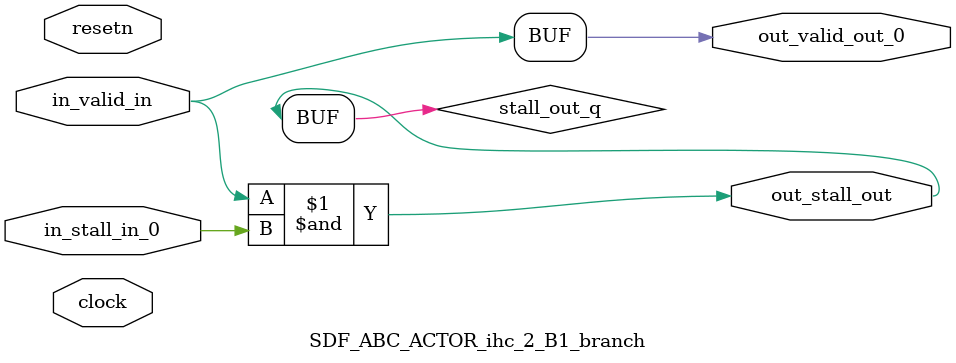
<source format=sv>



(* altera_attribute = "-name AUTO_SHIFT_REGISTER_RECOGNITION OFF; -name MESSAGE_DISABLE 10036; -name MESSAGE_DISABLE 10037; -name MESSAGE_DISABLE 14130; -name MESSAGE_DISABLE 14320; -name MESSAGE_DISABLE 15400; -name MESSAGE_DISABLE 14130; -name MESSAGE_DISABLE 10036; -name MESSAGE_DISABLE 12020; -name MESSAGE_DISABLE 12030; -name MESSAGE_DISABLE 12010; -name MESSAGE_DISABLE 12110; -name MESSAGE_DISABLE 14320; -name MESSAGE_DISABLE 13410; -name MESSAGE_DISABLE 113007; -name MESSAGE_DISABLE 10958" *)
module SDF_ABC_ACTOR_ihc_2_B1_branch (
    input wire [0:0] in_stall_in_0,
    input wire [0:0] in_valid_in,
    output wire [0:0] out_stall_out,
    output wire [0:0] out_valid_out_0,
    input wire clock,
    input wire resetn
    );

    wire [0:0] stall_out_q;


    // stall_out(LOGICAL,6)
    assign stall_out_q = in_valid_in & in_stall_in_0;

    // out_stall_out(GPOUT,4)
    assign out_stall_out = stall_out_q;

    // out_valid_out_0(GPOUT,5)
    assign out_valid_out_0 = in_valid_in;

endmodule

</source>
